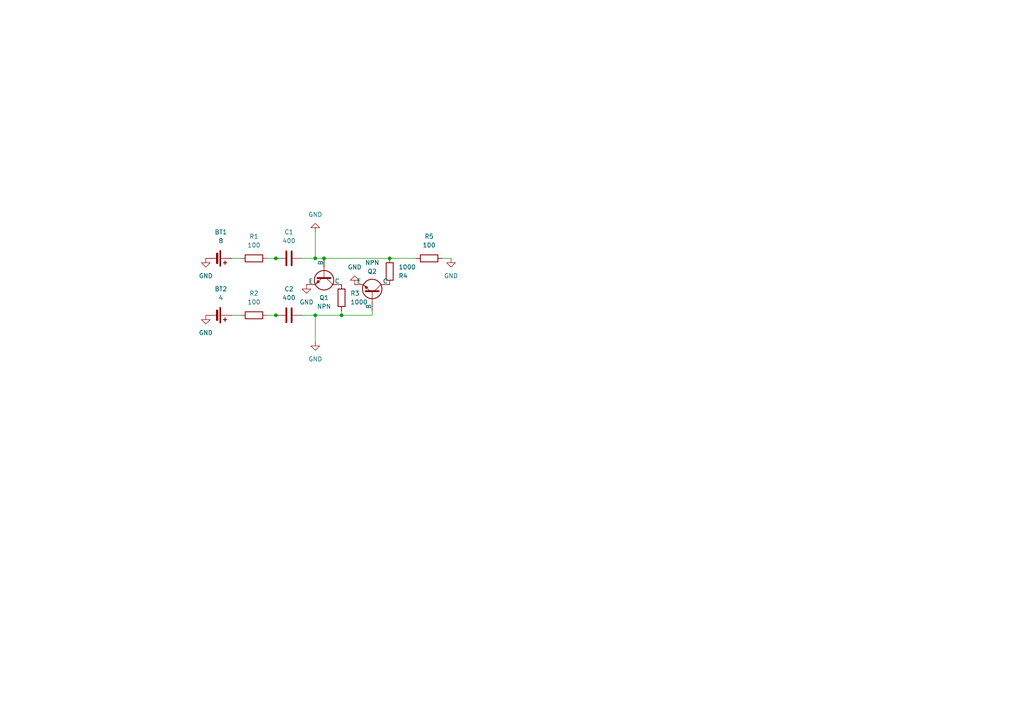
<source format=kicad_sch>
(kicad_sch (version 20230121) (generator eeschema)
  (paper "A4")
  (lib_symbols
    (symbol "Device:Battery_Cell" (pin_numbers hide) (pin_names (offset 0) hide)
      (property "Reference" "BT" (at 2.54 2.54 0))
      (property "Value" "Battery_Cell" (at 2.54 0 0))
      (symbol "Battery_Cell_0_1"
        (rectangle (start -2.286 1.778) (end 2.286 1.524) (fill (type outline)))
        (rectangle (start -1.524 1.016) (end 1.524 0.508) (fill (type outline)))
        (polyline (pts (xy 0 0.762) (xy 0 0)))
        (polyline (pts (xy 0 1.778) (xy 0 2.54)))
        (polyline (pts (xy 0.762 3.048) (xy 1.778 3.048)) (stroke (width 0.254)))
        (polyline (pts (xy 1.27 3.556) (xy 1.27 2.54)) (stroke (width 0.254)))
      )
      (symbol "Battery_Cell_1_1"
        (pin passive line (at 0 5.08 270) (length 2.54) (name "+") (number "1"))
        (pin passive line (at 0 -2.54 90) (length 2.54) (name "-") (number "2"))
      )
    )
    (symbol "Device:C" (pin_numbers hide) (pin_names (offset 0.254))
      (property "Reference" "C" (at 0.635 2.54 0))
      (property "Value" "C" (at 0.635 -2.54 0))
      (symbol "C_0_1"
        (polyline (pts (xy -2.032 -0.762) (xy 2.032 -0.762)) (stroke (width 0.508)))
        (polyline (pts (xy -2.032 0.762) (xy 2.032 0.762)) (stroke (width 0.508)))
      )
      (symbol "C_1_1"
        (pin passive line (at 0 3.81 270) (length 2.794) (name "~") (number "1"))
        (pin passive line (at 0 -3.81 90) (length 2.794) (name "~") (number "2"))
      )
    )
    (symbol "Device:R" (pin_numbers hide) (pin_names (offset 0))
      (property "Reference" "R" (at 2.032 0 90))
      (property "Value" "R" (at 0 0 90))
      (symbol "R_0_1"
        (rectangle (start -1.016 -2.54) (end 1.016 2.54) (stroke (width 0.254)))
      )
      (symbol "R_1_1"
        (pin passive line (at 0 3.81 270) (length 1.27) (name "~") (number "1"))
        (pin passive line (at 0 -3.81 90) (length 1.27) (name "~") (number "2"))
      )
    )
    (symbol "Simulation_SPICE:NPN" (pin_numbers hide) (pin_names (offset 0))
      (property "Reference" "Q" (at -2.54 7.62 0))
      (property "Value" "NPN" (at -2.54 5.08 0))
      (symbol "NPN_0_1"
        (polyline (pts (xy -2.54 0) (xy 0.635 0)) (stroke (width 0.1524)))
        (polyline (pts (xy 0.635 0.635) (xy 2.54 2.54)))
        (polyline (pts (xy 2.794 -1.27) (xy 2.794 -1.27)) (stroke (width 0.1524)))
        (polyline (pts (xy 2.794 -1.27) (xy 2.794 -1.27)) (stroke (width 0.1524)))
        (polyline (pts (xy 0.635 -0.635) (xy 2.54 -2.54) (xy 2.54 -2.54)))
        (polyline (pts (xy 0.635 1.905) (xy 0.635 -1.905) (xy 0.635 -1.905)) (stroke (width 0.508)))
        (polyline (pts (xy 1.27 -1.778) (xy 1.778 -1.27) (xy 2.286 -2.286) (xy 1.27 -1.778) (xy 1.27 -1.778)) (fill (type outline)))
        (circle (center 1.27 0) (radius 2.8194) (stroke (width 0.254)))
      )
      (symbol "NPN_1_1"
        (pin open_collector line (at 2.54 5.08 270) (length 2.54) (name "C") (number "1"))
        (pin input line (at -5.08 0 0) (length 2.54) (name "B") (number "2"))
        (pin open_emitter line (at 2.54 -5.08 90) (length 2.54) (name "E") (number "3"))
      )
    )
    (symbol "power:GND" (power) (pin_names (offset 0))
      (property "Value" "GND" (at 0 -3.81 0))
      (symbol "GND_0_1"
        (polyline (pts (xy 0 0) (xy 0 -1.27) (xy 1.27 -1.27) (xy 0 -2.54) (xy -1.27 -1.27) (xy 0 -1.27)))
      )
      (symbol "GND_1_1"
        (pin power_in line (at 0 0 270) (length 0) hide (name "GND") (number "1"))
      )
    )
  )
  (junction (at 99.06 91.44))
  (junction (at 80.01 91.44))
  (junction (at 91.44 74.93))
  (junction (at 113.03 74.93))
  (junction (at 91.44 91.44))
  (junction (at 80.01 74.93))
  (junction (at 93.98 74.93))
  (wire (pts (xy 91.44 74.93) (xy 93.98 74.93)))
  (wire (pts (xy 93.98 74.93) (xy 113.03 74.93)))
  (wire (pts (xy 87.63 91.44) (xy 91.44 91.44)))
  (wire (pts (xy 91.44 67.31) (xy 91.44 74.93)))
  (wire (pts (xy 99.06 91.44) (xy 99.06 90.17)))
  (wire (pts (xy 77.47 74.93) (xy 80.01 74.93)))
  (wire (pts (xy 113.03 74.93) (xy 120.65 74.93)))
  (wire (pts (xy 67.31 74.93) (xy 69.85 74.93)))
  (wire (pts (xy 80.01 74.93) (xy 82.55 74.93)))
  (wire (pts (xy 99.06 91.44) (xy 107.95 91.44)))
  (wire (pts (xy 91.44 91.44) (xy 91.44 99.06)))
  (wire (pts (xy 107.95 91.44) (xy 107.95 90.17)))
  (wire (pts (xy 80.01 91.44) (xy 82.55 91.44)))
  (wire (pts (xy 87.63 74.93) (xy 91.44 74.93)))
  (wire (pts (xy 77.47 91.44) (xy 80.01 91.44)))
  (wire (pts (xy 91.44 91.44) (xy 99.06 91.44)))
  (wire (pts (xy 67.31 91.44) (xy 69.85 91.44)))
  (wire (pts (xy 128.27 74.93) (xy 130.81 74.93)))
  (symbol (lib_id "Simulation_SPICE:NPN") (at 93.98 80.01 270) (unit 1)
    (property "Reference" "Q1" (at 93.98 86.36 90))
    (property "Value" "NPN" (at 93.98 88.9 90))
    (property "Sim.Device" "NPN" (effects hide))
    (property "Sim.Type" "GUMMELPOON" (effects hide))
    (property "Sim.Pins" "1=C 2=B 3=E" (effects hide))
  )
  (symbol (lib_id "power:GND") (at 91.44 67.31 0) (mirror x) (unit 1)
    (property "Reference" "#PWR06" (effects hide))
    (property "Value" "GND" (at 91.44 62.23 0))
  )
  (symbol (lib_id "Device:R") (at 73.66 91.44 90) (unit 1)
    (property "Reference" "R2" (at 73.66 85.09 90))
    (property "Value" "100" (at 73.66 87.63 90))
  )
  (symbol (lib_id "Device:R") (at 99.06 86.36 0) (unit 1)
    (property "Reference" "R3" (at 101.6 85.09 0) (effects (justify left)))
    (property "Value" "1000" (at 101.6 87.63 0) (effects (justify left)))
  )
  (symbol (lib_id "power:GND") (at 59.69 91.44 0) (unit 1)
    (property "Reference" "#PWR02" (effects hide))
    (property "Value" "GND" (at 59.69 96.52 0))
  )
  (symbol (lib_id "Device:C") (at 83.82 91.44 90) (unit 1)
    (property "Reference" "C2" (at 83.82 83.82 90))
    (property "Value" "400" (at 83.82 86.36 90))
  )
  (symbol (lib_id "Device:Battery_Cell") (at 62.23 91.44 270) (unit 1)
    (property "Reference" "BT2" (at 64.0715 83.82 90))
    (property "Value" "4" (at 64.0715 86.36 90))
    (property "Sim.Device" "V" (effects hide))
    (property "Sim.Type" "DC" (effects hide))
    (property "Sim.Pins" "1=+ 2=-" (effects hide))
    (property "Sim.Params" "dc=\"\"" (effects hide))
  )
  (symbol (lib_id "Device:R") (at 124.46 74.93 90) (unit 1)
    (property "Reference" "R5" (at 124.46 68.58 90))
    (property "Value" "100" (at 124.46 71.12 90))
  )
  (symbol (lib_id "Device:Battery_Cell") (at 62.23 74.93 270) (unit 1)
    (property "Reference" "BT1" (at 64.0715 67.31 90))
    (property "Value" "8" (at 64.0715 69.85 90))
    (property "Sim.Device" "V" (effects hide))
    (property "Sim.Type" "DC" (effects hide))
    (property "Sim.Pins" "1=+ 2=-" (effects hide))
    (property "Sim.Params" "dc=\"\"" (effects hide))
  )
  (symbol (lib_id "power:GND") (at 102.87 82.55 0) (mirror x) (unit 1)
    (property "Reference" "#PWR04" (effects hide))
    (property "Value" "GND" (at 102.87 77.47 0))
  )
  (symbol (lib_id "Device:C") (at 83.82 74.93 90) (unit 1)
    (property "Reference" "C1" (at 83.82 67.31 90))
    (property "Value" "400" (at 83.82 69.85 90))
  )
  (symbol (lib_id "power:GND") (at 59.69 74.93 0) (unit 1)
    (property "Reference" "#PWR01" (effects hide))
    (property "Value" "GND" (at 59.69 80.01 0))
  )
  (symbol (lib_id "power:GND") (at 88.9 82.55 0) (unit 1)
    (property "Reference" "#PWR03" (effects hide))
    (property "Value" "GND" (at 88.9 87.63 0))
  )
  (symbol (lib_id "power:GND") (at 91.44 99.06 0) (unit 1)
    (property "Reference" "#PWR07" (effects hide))
    (property "Value" "GND" (at 91.44 104.14 0))
  )
  (symbol (lib_id "Simulation_SPICE:NPN") (at 107.95 85.09 270) (mirror x) (unit 1)
    (property "Reference" "Q2" (at 107.95 78.74 90))
    (property "Value" "NPN" (at 107.95 76.2 90))
    (property "Sim.Device" "NPN" (effects hide))
    (property "Sim.Type" "GUMMELPOON" (effects hide))
    (property "Sim.Pins" "1=C 2=B 3=E" (effects hide))
  )
  (symbol (lib_id "Device:R") (at 113.03 78.74 0) (mirror x) (unit 1)
    (property "Reference" "R4" (at 115.57 80.01 0) (effects (justify left)))
    (property "Value" "1000" (at 115.57 77.47 0) (effects (justify left)))
  )
  (symbol (lib_id "power:GND") (at 130.81 74.93 0) (unit 1)
    (property "Reference" "#PWR05" (effects hide))
    (property "Value" "GND" (at 130.81 80.01 0))
  )
  (symbol (lib_id "Device:R") (at 73.66 74.93 90) (unit 1)
    (property "Reference" "R1" (at 73.66 68.58 90))
    (property "Value" "100" (at 73.66 71.12 90))
  )
)
</source>
